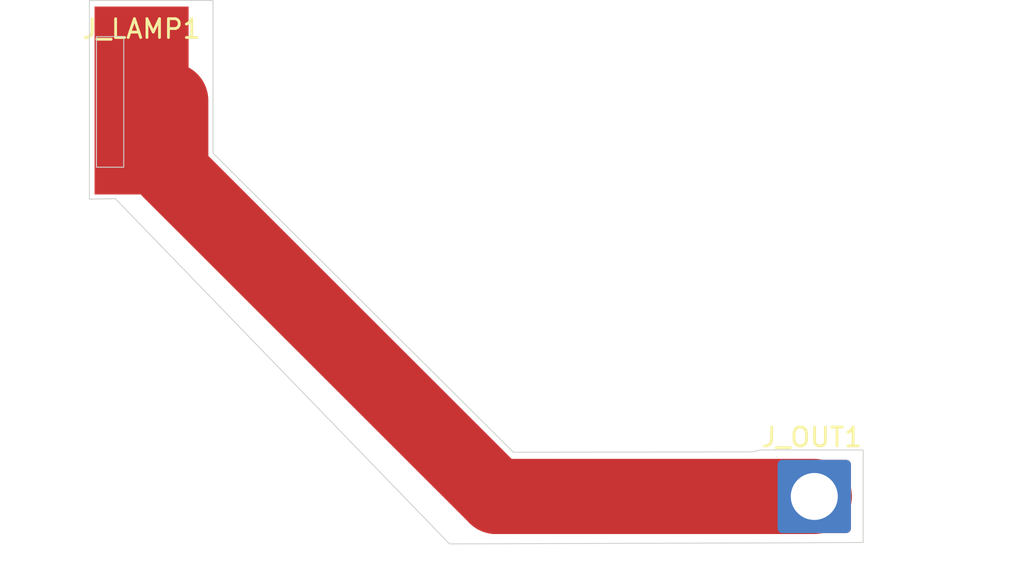
<source format=kicad_pcb>
(kicad_pcb (version 20240108) (generator "pcbnew") (generator_version "8.0")
  (layers (0 "F.Cu" signal) (31 "B.Cu" signal) (34 "B.Paste" user) (35 "F.Paste" user) (36 "B.SilkS" user "B.Silkscreen") (37 "F.SilkS" user "F.Silkscreen") (38 "B.Mask" user) (39 "F.Mask" user) (44 "Edge.Cuts" user))
  (net 0 "")
  (net 1 "Net-(J_LAMP1-Pin_1)")
  (footprint "Connector_Wire:SolderWirePad_1x01_SMD_5x10mm" (layer "F.Cu") (at 3.1875 5.425)
    (property "Reference" "J_LAMP1" (at 0 -3.81 0) (layer "F.SilkS"))
    (property "Value" "Conn_01x01_Socket")
    (pad "1" smd rect (at 0 0) (size 5 10) (layers "F.Cu" "F.Paste" "F.Mask") (net 1 "Net-(J_LAMP1-Pin_1)"))
  )
  (footprint "Connector_Wire:SolderWire-2sqmm_1x01_D2mm_OD3.9mm" (layer "F.Cu") (at 38.8375 26.5)
    (property "Reference" "J_OUT1" (at 0 -3.15 0) (layer "F.SilkS"))
    (property "Value" "Conn_01x01_Socket")
    (pad "1" thru_hole roundrect (at 0.125 0) (size 3.9 3.9) (drill 2.5) (layers "*.Cu" "*.Mask") (roundrect_rratio 0.064103) (net 1 "Net-(J_LAMP1-Pin_1)"))
  )
  (gr_poly (pts (xy 1.7875 10.65) (xy 0.4125 10.675) (xy 0.4125 0.1) (xy 6.9875 0.1) (xy 6.9875 8.225) (xy 22.9625 24.15) (xy 35.6625 24.125) (xy 36.1375 24.025) (xy 41.5625 24.025) (xy 41.5625 28.95) (xy 36.1125 28.975) (xy 19.5625 29.025)) (stroke (width 0.05)) (fill none) (layer "Edge.Cuts"))
  (gr_rect (start 0.7875 2.025) (end 2.2375 8.975) (stroke (width 0.05)) (fill none) (layer "Edge.Cuts"))
  (segment (start 4.7375 9.2) (end 4.7375 5.425) (width 4) (layer "F.Cu") (net 1))
  (segment (start 38.9625 26.5) (end 22.0375 26.5) (width 4) (layer "F.Cu") (net 1))
  (segment (start 22.0375 26.5) (end 4.7375 9.2) (width 4) (layer "F.Cu") (net 1))
)
</source>
